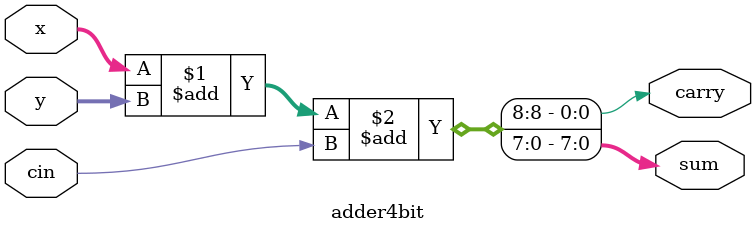
<source format=v>
module adder4bit(x, y, cin, sum, carry);
parameter N = 8;

input[N-1:0] x, y;
output[N-1:0] sum;
input cin;
output carry;

assign{carry, sum} = x+y+cin;
endmodule

</source>
